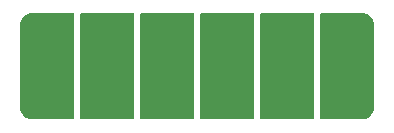
<source format=gbr>
%TF.GenerationSoftware,KiCad,Pcbnew,8.0.4-unknown-202407232306~396e531e7c~ubuntu22.04.1*%
%TF.CreationDate,2024-08-13T08:47:56+01:00*%
%TF.ProjectId,DRY_ELEC_6CH_THIN,4452595f-454c-4454-935f-3643485f5448,1.0*%
%TF.SameCoordinates,Original*%
%TF.FileFunction,Copper,L4,Bot*%
%TF.FilePolarity,Positive*%
%FSLAX46Y46*%
G04 Gerber Fmt 4.6, Leading zero omitted, Abs format (unit mm)*
G04 Created by KiCad (PCBNEW 8.0.4-unknown-202407232306~396e531e7c~ubuntu22.04.1) date 2024-08-13 08:47:56*
%MOMM*%
%LPD*%
G01*
G04 APERTURE LIST*
%TA.AperFunction,ComponentPad*%
%ADD10C,1.800000*%
%TD*%
G04 APERTURE END LIST*
D10*
%TO.P,J17,1,Pin_1*%
%TO.N,/filtering_1/ELECTRODE*%
X32539999Y-32000000D03*
%TD*%
%TO.P,J21,1,Pin_1*%
%TO.N,/filtering_5/ELECTRODE*%
X22379999Y-32000000D03*
%TD*%
%TO.P,J20,1,Pin_1*%
%TO.N,/filtering_4/ELECTRODE*%
X17299999Y-32000000D03*
%TD*%
%TO.P,J18,1,Pin_1*%
%TO.N,/filtering_2/ELECTRODE*%
X37619999Y-32000000D03*
%TD*%
%TO.P,J22,1,Pin_1*%
%TO.N,/filtering_6/ELECTRODE*%
X27459999Y-32000000D03*
%TD*%
%TO.P,J19,1,Pin_1*%
%TO.N,/filtering_3/ELECTRODE*%
X42699999Y-32000000D03*
%TD*%
%TA.AperFunction,Conductor*%
%TO.N,/filtering_5/ELECTRODE*%
G36*
X24623038Y-25530185D02*
G01*
X24668793Y-25582989D01*
X24679999Y-25634500D01*
X24679999Y-34365500D01*
X24660314Y-34432539D01*
X24607510Y-34478294D01*
X24555999Y-34489500D01*
X20203999Y-34489500D01*
X20136960Y-34469815D01*
X20091205Y-34417011D01*
X20079999Y-34365500D01*
X20079999Y-25634500D01*
X20099684Y-25567461D01*
X20152488Y-25521706D01*
X20203999Y-25510500D01*
X24555999Y-25510500D01*
X24623038Y-25530185D01*
G37*
%TD.AperFunction*%
%TD*%
%TA.AperFunction,Conductor*%
%TO.N,/filtering_3/ELECTRODE*%
G36*
X44005393Y-25510971D02*
G01*
X44161018Y-25524587D01*
X44182296Y-25528338D01*
X44327950Y-25567366D01*
X44348259Y-25574759D01*
X44450050Y-25622224D01*
X44484919Y-25638484D01*
X44503630Y-25649286D01*
X44627148Y-25735774D01*
X44643706Y-25749667D01*
X44750331Y-25856291D01*
X44764225Y-25872850D01*
X44850709Y-25996362D01*
X44861516Y-26015081D01*
X44925240Y-26151739D01*
X44932633Y-26172049D01*
X44971659Y-26317696D01*
X44975412Y-26338982D01*
X44989027Y-26494593D01*
X44989499Y-26505401D01*
X44989499Y-33494587D01*
X44989027Y-33505395D01*
X44975411Y-33661017D01*
X44971658Y-33682303D01*
X44932632Y-33827950D01*
X44925239Y-33848261D01*
X44861516Y-33984915D01*
X44850709Y-34003633D01*
X44764219Y-34127154D01*
X44750325Y-34143712D01*
X44643711Y-34250326D01*
X44627153Y-34264220D01*
X44503631Y-34350711D01*
X44484913Y-34361518D01*
X44348263Y-34425239D01*
X44327951Y-34432632D01*
X44182301Y-34471658D01*
X44161016Y-34475411D01*
X44047747Y-34485321D01*
X44005379Y-34489028D01*
X43994577Y-34489500D01*
X40523999Y-34489500D01*
X40456960Y-34469815D01*
X40411205Y-34417011D01*
X40399999Y-34365500D01*
X40399999Y-25634500D01*
X40419684Y-25567461D01*
X40472488Y-25521706D01*
X40523999Y-25510500D01*
X43994587Y-25510500D01*
X44005393Y-25510971D01*
G37*
%TD.AperFunction*%
%TD*%
%TA.AperFunction,Conductor*%
%TO.N,/filtering_1/ELECTRODE*%
G36*
X34783038Y-25530185D02*
G01*
X34828793Y-25582989D01*
X34839999Y-25634500D01*
X34839999Y-34365500D01*
X34820314Y-34432539D01*
X34767510Y-34478294D01*
X34715999Y-34489500D01*
X30363999Y-34489500D01*
X30296960Y-34469815D01*
X30251205Y-34417011D01*
X30239999Y-34365500D01*
X30239999Y-25634500D01*
X30259684Y-25567461D01*
X30312488Y-25521706D01*
X30363999Y-25510500D01*
X34715999Y-25510500D01*
X34783038Y-25530185D01*
G37*
%TD.AperFunction*%
%TD*%
%TA.AperFunction,Conductor*%
%TO.N,/filtering_4/ELECTRODE*%
G36*
X19543038Y-25530185D02*
G01*
X19588793Y-25582989D01*
X19599999Y-25634500D01*
X19599999Y-34365500D01*
X19580314Y-34432539D01*
X19527510Y-34478294D01*
X19475999Y-34489500D01*
X16005411Y-34489500D01*
X15994605Y-34489028D01*
X15969583Y-34486838D01*
X15838981Y-34475412D01*
X15817695Y-34471659D01*
X15672048Y-34432633D01*
X15651737Y-34425240D01*
X15515083Y-34361517D01*
X15496365Y-34350710D01*
X15372848Y-34264223D01*
X15356290Y-34250329D01*
X15249670Y-34143709D01*
X15235776Y-34127151D01*
X15149289Y-34003633D01*
X15138482Y-33984915D01*
X15074759Y-33848261D01*
X15067366Y-33827950D01*
X15028338Y-33682297D01*
X15024587Y-33661016D01*
X15010971Y-33505384D01*
X15010499Y-33494577D01*
X15010499Y-26505412D01*
X15010971Y-26494605D01*
X15024586Y-26338983D01*
X15028337Y-26317704D01*
X15067366Y-26172044D01*
X15074758Y-26151739D01*
X15112261Y-26071313D01*
X15138485Y-26015074D01*
X15149282Y-25996373D01*
X15235778Y-25872843D01*
X15249661Y-25856297D01*
X15356298Y-25749661D01*
X15372837Y-25735783D01*
X15496369Y-25649284D01*
X15515079Y-25638483D01*
X15651737Y-25574758D01*
X15672043Y-25567366D01*
X15817703Y-25528337D01*
X15838977Y-25524586D01*
X15994593Y-25510971D01*
X16005400Y-25510500D01*
X19475999Y-25510500D01*
X19543038Y-25530185D01*
G37*
%TD.AperFunction*%
%TD*%
%TA.AperFunction,Conductor*%
%TO.N,/filtering_6/ELECTRODE*%
G36*
X29703038Y-25530185D02*
G01*
X29748793Y-25582989D01*
X29759999Y-25634500D01*
X29759999Y-34365500D01*
X29740314Y-34432539D01*
X29687510Y-34478294D01*
X29635999Y-34489500D01*
X25283999Y-34489500D01*
X25216960Y-34469815D01*
X25171205Y-34417011D01*
X25159999Y-34365500D01*
X25159999Y-25634500D01*
X25179684Y-25567461D01*
X25232488Y-25521706D01*
X25283999Y-25510500D01*
X29635999Y-25510500D01*
X29703038Y-25530185D01*
G37*
%TD.AperFunction*%
%TD*%
%TA.AperFunction,Conductor*%
%TO.N,/filtering_2/ELECTRODE*%
G36*
X39863038Y-25530185D02*
G01*
X39908793Y-25582989D01*
X39919999Y-25634500D01*
X39919999Y-34365500D01*
X39900314Y-34432539D01*
X39847510Y-34478294D01*
X39795999Y-34489500D01*
X35443999Y-34489500D01*
X35376960Y-34469815D01*
X35331205Y-34417011D01*
X35319999Y-34365500D01*
X35319999Y-25634500D01*
X35339684Y-25567461D01*
X35392488Y-25521706D01*
X35443999Y-25510500D01*
X39795999Y-25510500D01*
X39863038Y-25530185D01*
G37*
%TD.AperFunction*%
%TD*%
M02*

</source>
